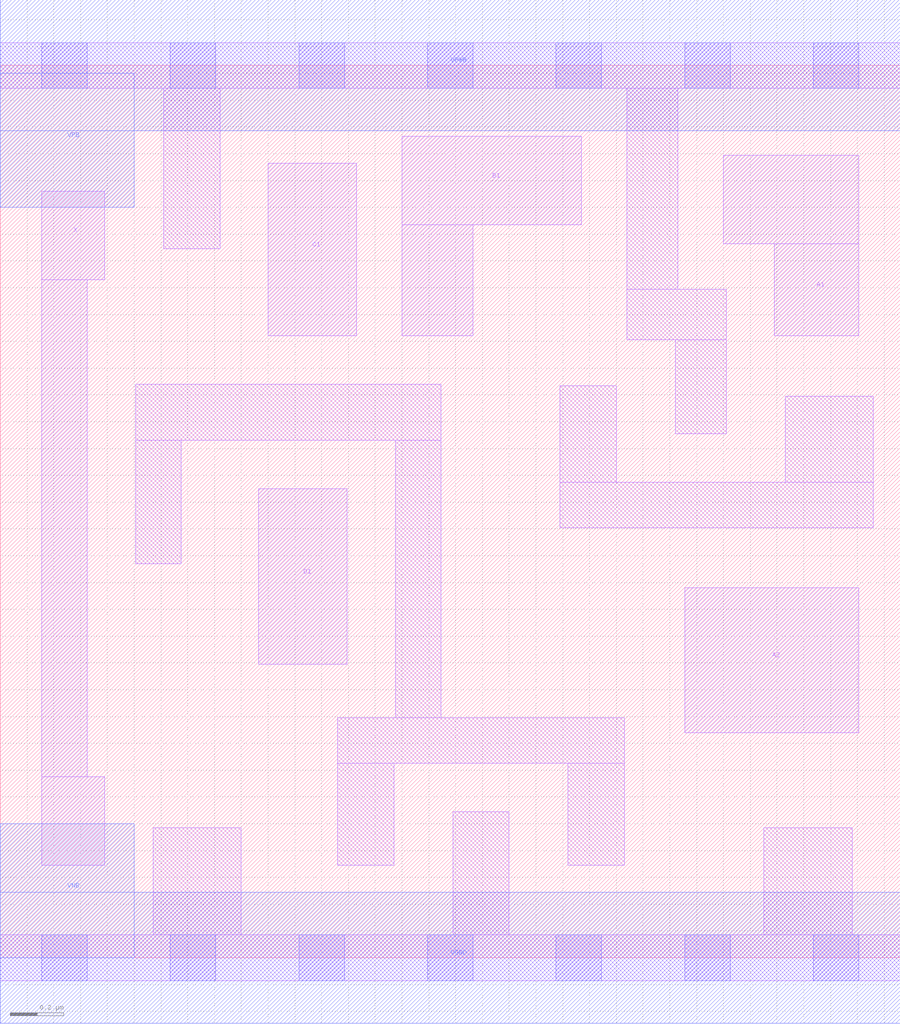
<source format=lef>
# Copyright 2020 The SkyWater PDK Authors
#
# Licensed under the Apache License, Version 2.0 (the "License");
# you may not use this file except in compliance with the License.
# You may obtain a copy of the License at
#
#     https://www.apache.org/licenses/LICENSE-2.0
#
# Unless required by applicable law or agreed to in writing, software
# distributed under the License is distributed on an "AS IS" BASIS,
# WITHOUT WARRANTIES OR CONDITIONS OF ANY KIND, either express or implied.
# See the License for the specific language governing permissions and
# limitations under the License.
#
# SPDX-License-Identifier: Apache-2.0

VERSION 5.5 ;
NAMESCASESENSITIVE ON ;
BUSBITCHARS "[]" ;
DIVIDERCHAR "/" ;
MACRO sky130_fd_sc_lp__a2111o_m
  CLASS CORE ;
  SOURCE USER ;
  ORIGIN  0.000000  0.000000 ;
  SIZE  3.360000 BY  3.330000 ;
  SYMMETRY X Y R90 ;
  SITE unit ;
  PIN A1
    ANTENNAGATEAREA  0.126000 ;
    DIRECTION INPUT ;
    USE SIGNAL ;
    PORT
      LAYER li1 ;
        RECT 2.700000 2.665000 3.205000 2.995000 ;
        RECT 2.890000 2.320000 3.205000 2.665000 ;
    END
  END A1
  PIN A2
    ANTENNAGATEAREA  0.126000 ;
    DIRECTION INPUT ;
    USE SIGNAL ;
    PORT
      LAYER li1 ;
        RECT 2.555000 0.840000 3.205000 1.380000 ;
    END
  END A2
  PIN B1
    ANTENNAGATEAREA  0.126000 ;
    DIRECTION INPUT ;
    USE SIGNAL ;
    PORT
      LAYER li1 ;
        RECT 1.500000 2.320000 1.765000 2.735000 ;
        RECT 1.500000 2.735000 2.170000 3.065000 ;
    END
  END B1
  PIN C1
    ANTENNAGATEAREA  0.126000 ;
    DIRECTION INPUT ;
    USE SIGNAL ;
    PORT
      LAYER li1 ;
        RECT 1.000000 2.320000 1.330000 2.965000 ;
    END
  END C1
  PIN D1
    ANTENNAGATEAREA  0.126000 ;
    DIRECTION INPUT ;
    USE SIGNAL ;
    PORT
      LAYER li1 ;
        RECT 0.965000 1.095000 1.295000 1.750000 ;
    END
  END D1
  PIN X
    ANTENNADIFFAREA  0.222600 ;
    DIRECTION OUTPUT ;
    USE SIGNAL ;
    PORT
      LAYER li1 ;
        RECT 0.155000 0.345000 0.390000 0.675000 ;
        RECT 0.155000 0.675000 0.325000 2.530000 ;
        RECT 0.155000 2.530000 0.390000 2.860000 ;
    END
  END X
  PIN VGND
    DIRECTION INOUT ;
    USE GROUND ;
    PORT
      LAYER met1 ;
        RECT 0.000000 -0.245000 3.360000 0.245000 ;
    END
  END VGND
  PIN VNB
    DIRECTION INOUT ;
    USE GROUND ;
    PORT
      LAYER met1 ;
        RECT 0.000000 0.000000 0.500000 0.500000 ;
    END
  END VNB
  PIN VPB
    DIRECTION INOUT ;
    USE POWER ;
    PORT
      LAYER met1 ;
        RECT 0.000000 2.800000 0.500000 3.300000 ;
    END
  END VPB
  PIN VPWR
    DIRECTION INOUT ;
    USE POWER ;
    PORT
      LAYER met1 ;
        RECT 0.000000 3.085000 3.360000 3.575000 ;
    END
  END VPWR
  OBS
    LAYER li1 ;
      RECT 0.000000 -0.085000 3.360000 0.085000 ;
      RECT 0.000000  3.245000 3.360000 3.415000 ;
      RECT 0.505000  1.470000 0.675000 1.930000 ;
      RECT 0.505000  1.930000 1.645000 2.140000 ;
      RECT 0.570000  0.085000 0.900000 0.485000 ;
      RECT 0.610000  2.645000 0.820000 3.245000 ;
      RECT 1.260000  0.345000 1.470000 0.725000 ;
      RECT 1.260000  0.725000 2.330000 0.895000 ;
      RECT 1.475000  0.895000 1.645000 1.930000 ;
      RECT 1.690000  0.085000 1.900000 0.545000 ;
      RECT 2.090000  1.605000 3.260000 1.775000 ;
      RECT 2.090000  1.775000 2.300000 2.135000 ;
      RECT 2.120000  0.345000 2.330000 0.725000 ;
      RECT 2.340000  2.305000 2.710000 2.495000 ;
      RECT 2.340000  2.495000 2.530000 3.245000 ;
      RECT 2.520000  1.955000 2.710000 2.305000 ;
      RECT 2.850000  0.085000 3.180000 0.485000 ;
      RECT 2.930000  1.775000 3.260000 2.095000 ;
    LAYER mcon ;
      RECT 0.155000 -0.085000 0.325000 0.085000 ;
      RECT 0.155000  3.245000 0.325000 3.415000 ;
      RECT 0.635000 -0.085000 0.805000 0.085000 ;
      RECT 0.635000  3.245000 0.805000 3.415000 ;
      RECT 1.115000 -0.085000 1.285000 0.085000 ;
      RECT 1.115000  3.245000 1.285000 3.415000 ;
      RECT 1.595000 -0.085000 1.765000 0.085000 ;
      RECT 1.595000  3.245000 1.765000 3.415000 ;
      RECT 2.075000 -0.085000 2.245000 0.085000 ;
      RECT 2.075000  3.245000 2.245000 3.415000 ;
      RECT 2.555000 -0.085000 2.725000 0.085000 ;
      RECT 2.555000  3.245000 2.725000 3.415000 ;
      RECT 3.035000 -0.085000 3.205000 0.085000 ;
      RECT 3.035000  3.245000 3.205000 3.415000 ;
  END
END sky130_fd_sc_lp__a2111o_m
END LIBRARY

</source>
